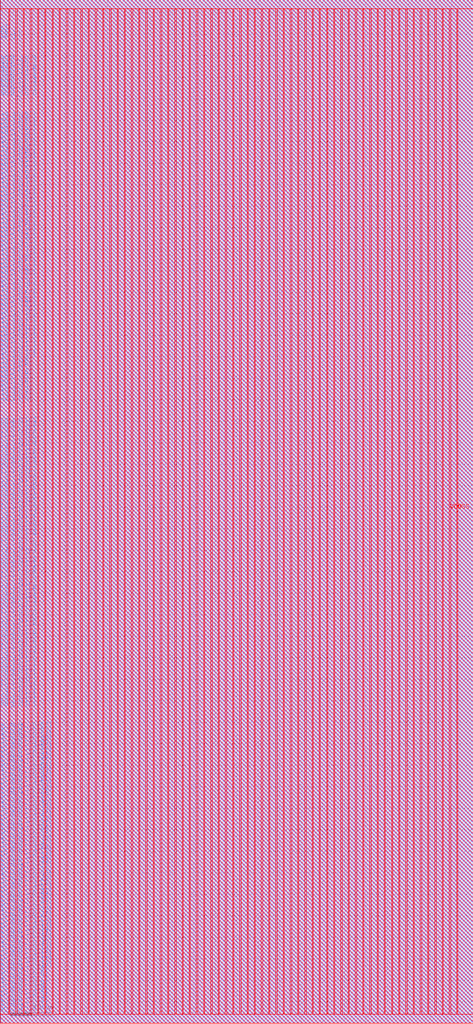
<source format=lef>
VERSION 5.7 ;
BUSBITCHARS "[]" ;
MACRO fakeram45_512x64
  FOREIGN fakeram45_512x64 0 0 ;
  SYMMETRY X Y R90 ;
  SIZE 110.010 BY 238.000 ;
  CLASS BLOCK ;
  PIN w_mask_in[0]
    DIRECTION INPUT ;
    USE SIGNAL ;
    SHAPE ABUTMENT ;
    PORT
      LAYER metal3 ;
      RECT 0.000 2.065 0.070 2.135 ;
    END
  END w_mask_in[0]
  PIN w_mask_in[1]
    DIRECTION INPUT ;
    USE SIGNAL ;
    SHAPE ABUTMENT ;
    PORT
      LAYER metal3 ;
      RECT 0.000 3.115 0.070 3.185 ;
    END
  END w_mask_in[1]
  PIN w_mask_in[2]
    DIRECTION INPUT ;
    USE SIGNAL ;
    SHAPE ABUTMENT ;
    PORT
      LAYER metal3 ;
      RECT 0.000 4.165 0.070 4.235 ;
    END
  END w_mask_in[2]
  PIN w_mask_in[3]
    DIRECTION INPUT ;
    USE SIGNAL ;
    SHAPE ABUTMENT ;
    PORT
      LAYER metal3 ;
      RECT 0.000 5.215 0.070 5.285 ;
    END
  END w_mask_in[3]
  PIN w_mask_in[4]
    DIRECTION INPUT ;
    USE SIGNAL ;
    SHAPE ABUTMENT ;
    PORT
      LAYER metal3 ;
      RECT 0.000 6.265 0.070 6.335 ;
    END
  END w_mask_in[4]
  PIN w_mask_in[5]
    DIRECTION INPUT ;
    USE SIGNAL ;
    SHAPE ABUTMENT ;
    PORT
      LAYER metal3 ;
      RECT 0.000 7.315 0.070 7.385 ;
    END
  END w_mask_in[5]
  PIN w_mask_in[6]
    DIRECTION INPUT ;
    USE SIGNAL ;
    SHAPE ABUTMENT ;
    PORT
      LAYER metal3 ;
      RECT 0.000 8.365 0.070 8.435 ;
    END
  END w_mask_in[6]
  PIN w_mask_in[7]
    DIRECTION INPUT ;
    USE SIGNAL ;
    SHAPE ABUTMENT ;
    PORT
      LAYER metal3 ;
      RECT 0.000 9.415 0.070 9.485 ;
    END
  END w_mask_in[7]
  PIN w_mask_in[8]
    DIRECTION INPUT ;
    USE SIGNAL ;
    SHAPE ABUTMENT ;
    PORT
      LAYER metal3 ;
      RECT 0.000 10.465 0.070 10.535 ;
    END
  END w_mask_in[8]
  PIN w_mask_in[9]
    DIRECTION INPUT ;
    USE SIGNAL ;
    SHAPE ABUTMENT ;
    PORT
      LAYER metal3 ;
      RECT 0.000 11.515 0.070 11.585 ;
    END
  END w_mask_in[9]
  PIN w_mask_in[10]
    DIRECTION INPUT ;
    USE SIGNAL ;
    SHAPE ABUTMENT ;
    PORT
      LAYER metal3 ;
      RECT 0.000 12.565 0.070 12.635 ;
    END
  END w_mask_in[10]
  PIN w_mask_in[11]
    DIRECTION INPUT ;
    USE SIGNAL ;
    SHAPE ABUTMENT ;
    PORT
      LAYER metal3 ;
      RECT 0.000 13.615 0.070 13.685 ;
    END
  END w_mask_in[11]
  PIN w_mask_in[12]
    DIRECTION INPUT ;
    USE SIGNAL ;
    SHAPE ABUTMENT ;
    PORT
      LAYER metal3 ;
      RECT 0.000 14.665 0.070 14.735 ;
    END
  END w_mask_in[12]
  PIN w_mask_in[13]
    DIRECTION INPUT ;
    USE SIGNAL ;
    SHAPE ABUTMENT ;
    PORT
      LAYER metal3 ;
      RECT 0.000 15.715 0.070 15.785 ;
    END
  END w_mask_in[13]
  PIN w_mask_in[14]
    DIRECTION INPUT ;
    USE SIGNAL ;
    SHAPE ABUTMENT ;
    PORT
      LAYER metal3 ;
      RECT 0.000 16.765 0.070 16.835 ;
    END
  END w_mask_in[14]
  PIN w_mask_in[15]
    DIRECTION INPUT ;
    USE SIGNAL ;
    SHAPE ABUTMENT ;
    PORT
      LAYER metal3 ;
      RECT 0.000 17.815 0.070 17.885 ;
    END
  END w_mask_in[15]
  PIN w_mask_in[16]
    DIRECTION INPUT ;
    USE SIGNAL ;
    SHAPE ABUTMENT ;
    PORT
      LAYER metal3 ;
      RECT 0.000 18.865 0.070 18.935 ;
    END
  END w_mask_in[16]
  PIN w_mask_in[17]
    DIRECTION INPUT ;
    USE SIGNAL ;
    SHAPE ABUTMENT ;
    PORT
      LAYER metal3 ;
      RECT 0.000 19.915 0.070 19.985 ;
    END
  END w_mask_in[17]
  PIN w_mask_in[18]
    DIRECTION INPUT ;
    USE SIGNAL ;
    SHAPE ABUTMENT ;
    PORT
      LAYER metal3 ;
      RECT 0.000 20.965 0.070 21.035 ;
    END
  END w_mask_in[18]
  PIN w_mask_in[19]
    DIRECTION INPUT ;
    USE SIGNAL ;
    SHAPE ABUTMENT ;
    PORT
      LAYER metal3 ;
      RECT 0.000 22.015 0.070 22.085 ;
    END
  END w_mask_in[19]
  PIN w_mask_in[20]
    DIRECTION INPUT ;
    USE SIGNAL ;
    SHAPE ABUTMENT ;
    PORT
      LAYER metal3 ;
      RECT 0.000 23.065 0.070 23.135 ;
    END
  END w_mask_in[20]
  PIN w_mask_in[21]
    DIRECTION INPUT ;
    USE SIGNAL ;
    SHAPE ABUTMENT ;
    PORT
      LAYER metal3 ;
      RECT 0.000 24.115 0.070 24.185 ;
    END
  END w_mask_in[21]
  PIN w_mask_in[22]
    DIRECTION INPUT ;
    USE SIGNAL ;
    SHAPE ABUTMENT ;
    PORT
      LAYER metal3 ;
      RECT 0.000 25.165 0.070 25.235 ;
    END
  END w_mask_in[22]
  PIN w_mask_in[23]
    DIRECTION INPUT ;
    USE SIGNAL ;
    SHAPE ABUTMENT ;
    PORT
      LAYER metal3 ;
      RECT 0.000 26.215 0.070 26.285 ;
    END
  END w_mask_in[23]
  PIN w_mask_in[24]
    DIRECTION INPUT ;
    USE SIGNAL ;
    SHAPE ABUTMENT ;
    PORT
      LAYER metal3 ;
      RECT 0.000 27.265 0.070 27.335 ;
    END
  END w_mask_in[24]
  PIN w_mask_in[25]
    DIRECTION INPUT ;
    USE SIGNAL ;
    SHAPE ABUTMENT ;
    PORT
      LAYER metal3 ;
      RECT 0.000 28.315 0.070 28.385 ;
    END
  END w_mask_in[25]
  PIN w_mask_in[26]
    DIRECTION INPUT ;
    USE SIGNAL ;
    SHAPE ABUTMENT ;
    PORT
      LAYER metal3 ;
      RECT 0.000 29.365 0.070 29.435 ;
    END
  END w_mask_in[26]
  PIN w_mask_in[27]
    DIRECTION INPUT ;
    USE SIGNAL ;
    SHAPE ABUTMENT ;
    PORT
      LAYER metal3 ;
      RECT 0.000 30.415 0.070 30.485 ;
    END
  END w_mask_in[27]
  PIN w_mask_in[28]
    DIRECTION INPUT ;
    USE SIGNAL ;
    SHAPE ABUTMENT ;
    PORT
      LAYER metal3 ;
      RECT 0.000 31.465 0.070 31.535 ;
    END
  END w_mask_in[28]
  PIN w_mask_in[29]
    DIRECTION INPUT ;
    USE SIGNAL ;
    SHAPE ABUTMENT ;
    PORT
      LAYER metal3 ;
      RECT 0.000 32.515 0.070 32.585 ;
    END
  END w_mask_in[29]
  PIN w_mask_in[30]
    DIRECTION INPUT ;
    USE SIGNAL ;
    SHAPE ABUTMENT ;
    PORT
      LAYER metal3 ;
      RECT 0.000 33.565 0.070 33.635 ;
    END
  END w_mask_in[30]
  PIN w_mask_in[31]
    DIRECTION INPUT ;
    USE SIGNAL ;
    SHAPE ABUTMENT ;
    PORT
      LAYER metal3 ;
      RECT 0.000 34.615 0.070 34.685 ;
    END
  END w_mask_in[31]
  PIN w_mask_in[32]
    DIRECTION INPUT ;
    USE SIGNAL ;
    SHAPE ABUTMENT ;
    PORT
      LAYER metal3 ;
      RECT 0.000 35.665 0.070 35.735 ;
    END
  END w_mask_in[32]
  PIN w_mask_in[33]
    DIRECTION INPUT ;
    USE SIGNAL ;
    SHAPE ABUTMENT ;
    PORT
      LAYER metal3 ;
      RECT 0.000 36.715 0.070 36.785 ;
    END
  END w_mask_in[33]
  PIN w_mask_in[34]
    DIRECTION INPUT ;
    USE SIGNAL ;
    SHAPE ABUTMENT ;
    PORT
      LAYER metal3 ;
      RECT 0.000 37.765 0.070 37.835 ;
    END
  END w_mask_in[34]
  PIN w_mask_in[35]
    DIRECTION INPUT ;
    USE SIGNAL ;
    SHAPE ABUTMENT ;
    PORT
      LAYER metal3 ;
      RECT 0.000 38.815 0.070 38.885 ;
    END
  END w_mask_in[35]
  PIN w_mask_in[36]
    DIRECTION INPUT ;
    USE SIGNAL ;
    SHAPE ABUTMENT ;
    PORT
      LAYER metal3 ;
      RECT 0.000 39.865 0.070 39.935 ;
    END
  END w_mask_in[36]
  PIN w_mask_in[37]
    DIRECTION INPUT ;
    USE SIGNAL ;
    SHAPE ABUTMENT ;
    PORT
      LAYER metal3 ;
      RECT 0.000 40.915 0.070 40.985 ;
    END
  END w_mask_in[37]
  PIN w_mask_in[38]
    DIRECTION INPUT ;
    USE SIGNAL ;
    SHAPE ABUTMENT ;
    PORT
      LAYER metal3 ;
      RECT 0.000 41.965 0.070 42.035 ;
    END
  END w_mask_in[38]
  PIN w_mask_in[39]
    DIRECTION INPUT ;
    USE SIGNAL ;
    SHAPE ABUTMENT ;
    PORT
      LAYER metal3 ;
      RECT 0.000 43.015 0.070 43.085 ;
    END
  END w_mask_in[39]
  PIN w_mask_in[40]
    DIRECTION INPUT ;
    USE SIGNAL ;
    SHAPE ABUTMENT ;
    PORT
      LAYER metal3 ;
      RECT 0.000 44.065 0.070 44.135 ;
    END
  END w_mask_in[40]
  PIN w_mask_in[41]
    DIRECTION INPUT ;
    USE SIGNAL ;
    SHAPE ABUTMENT ;
    PORT
      LAYER metal3 ;
      RECT 0.000 45.115 0.070 45.185 ;
    END
  END w_mask_in[41]
  PIN w_mask_in[42]
    DIRECTION INPUT ;
    USE SIGNAL ;
    SHAPE ABUTMENT ;
    PORT
      LAYER metal3 ;
      RECT 0.000 46.165 0.070 46.235 ;
    END
  END w_mask_in[42]
  PIN w_mask_in[43]
    DIRECTION INPUT ;
    USE SIGNAL ;
    SHAPE ABUTMENT ;
    PORT
      LAYER metal3 ;
      RECT 0.000 47.215 0.070 47.285 ;
    END
  END w_mask_in[43]
  PIN w_mask_in[44]
    DIRECTION INPUT ;
    USE SIGNAL ;
    SHAPE ABUTMENT ;
    PORT
      LAYER metal3 ;
      RECT 0.000 48.265 0.070 48.335 ;
    END
  END w_mask_in[44]
  PIN w_mask_in[45]
    DIRECTION INPUT ;
    USE SIGNAL ;
    SHAPE ABUTMENT ;
    PORT
      LAYER metal3 ;
      RECT 0.000 49.315 0.070 49.385 ;
    END
  END w_mask_in[45]
  PIN w_mask_in[46]
    DIRECTION INPUT ;
    USE SIGNAL ;
    SHAPE ABUTMENT ;
    PORT
      LAYER metal3 ;
      RECT 0.000 50.365 0.070 50.435 ;
    END
  END w_mask_in[46]
  PIN w_mask_in[47]
    DIRECTION INPUT ;
    USE SIGNAL ;
    SHAPE ABUTMENT ;
    PORT
      LAYER metal3 ;
      RECT 0.000 51.415 0.070 51.485 ;
    END
  END w_mask_in[47]
  PIN w_mask_in[48]
    DIRECTION INPUT ;
    USE SIGNAL ;
    SHAPE ABUTMENT ;
    PORT
      LAYER metal3 ;
      RECT 0.000 52.465 0.070 52.535 ;
    END
  END w_mask_in[48]
  PIN w_mask_in[49]
    DIRECTION INPUT ;
    USE SIGNAL ;
    SHAPE ABUTMENT ;
    PORT
      LAYER metal3 ;
      RECT 0.000 53.515 0.070 53.585 ;
    END
  END w_mask_in[49]
  PIN w_mask_in[50]
    DIRECTION INPUT ;
    USE SIGNAL ;
    SHAPE ABUTMENT ;
    PORT
      LAYER metal3 ;
      RECT 0.000 54.565 0.070 54.635 ;
    END
  END w_mask_in[50]
  PIN w_mask_in[51]
    DIRECTION INPUT ;
    USE SIGNAL ;
    SHAPE ABUTMENT ;
    PORT
      LAYER metal3 ;
      RECT 0.000 55.615 0.070 55.685 ;
    END
  END w_mask_in[51]
  PIN w_mask_in[52]
    DIRECTION INPUT ;
    USE SIGNAL ;
    SHAPE ABUTMENT ;
    PORT
      LAYER metal3 ;
      RECT 0.000 56.665 0.070 56.735 ;
    END
  END w_mask_in[52]
  PIN w_mask_in[53]
    DIRECTION INPUT ;
    USE SIGNAL ;
    SHAPE ABUTMENT ;
    PORT
      LAYER metal3 ;
      RECT 0.000 57.715 0.070 57.785 ;
    END
  END w_mask_in[53]
  PIN w_mask_in[54]
    DIRECTION INPUT ;
    USE SIGNAL ;
    SHAPE ABUTMENT ;
    PORT
      LAYER metal3 ;
      RECT 0.000 58.765 0.070 58.835 ;
    END
  END w_mask_in[54]
  PIN w_mask_in[55]
    DIRECTION INPUT ;
    USE SIGNAL ;
    SHAPE ABUTMENT ;
    PORT
      LAYER metal3 ;
      RECT 0.000 59.815 0.070 59.885 ;
    END
  END w_mask_in[55]
  PIN w_mask_in[56]
    DIRECTION INPUT ;
    USE SIGNAL ;
    SHAPE ABUTMENT ;
    PORT
      LAYER metal3 ;
      RECT 0.000 60.865 0.070 60.935 ;
    END
  END w_mask_in[56]
  PIN w_mask_in[57]
    DIRECTION INPUT ;
    USE SIGNAL ;
    SHAPE ABUTMENT ;
    PORT
      LAYER metal3 ;
      RECT 0.000 61.915 0.070 61.985 ;
    END
  END w_mask_in[57]
  PIN w_mask_in[58]
    DIRECTION INPUT ;
    USE SIGNAL ;
    SHAPE ABUTMENT ;
    PORT
      LAYER metal3 ;
      RECT 0.000 62.965 0.070 63.035 ;
    END
  END w_mask_in[58]
  PIN w_mask_in[59]
    DIRECTION INPUT ;
    USE SIGNAL ;
    SHAPE ABUTMENT ;
    PORT
      LAYER metal3 ;
      RECT 0.000 64.015 0.070 64.085 ;
    END
  END w_mask_in[59]
  PIN w_mask_in[60]
    DIRECTION INPUT ;
    USE SIGNAL ;
    SHAPE ABUTMENT ;
    PORT
      LAYER metal3 ;
      RECT 0.000 65.065 0.070 65.135 ;
    END
  END w_mask_in[60]
  PIN w_mask_in[61]
    DIRECTION INPUT ;
    USE SIGNAL ;
    SHAPE ABUTMENT ;
    PORT
      LAYER metal3 ;
      RECT 0.000 66.115 0.070 66.185 ;
    END
  END w_mask_in[61]
  PIN w_mask_in[62]
    DIRECTION INPUT ;
    USE SIGNAL ;
    SHAPE ABUTMENT ;
    PORT
      LAYER metal3 ;
      RECT 0.000 67.165 0.070 67.235 ;
    END
  END w_mask_in[62]
  PIN w_mask_in[63]
    DIRECTION INPUT ;
    USE SIGNAL ;
    SHAPE ABUTMENT ;
    PORT
      LAYER metal3 ;
      RECT 0.000 68.215 0.070 68.285 ;
    END
  END w_mask_in[63]
  PIN rd_out[0]
    DIRECTION OUTPUT ;
    USE SIGNAL ;
    SHAPE ABUTMENT ;
    PORT
      LAYER metal3 ;
      RECT 0.000 73.045 0.070 73.115 ;
    END
  END rd_out[0]
  PIN rd_out[1]
    DIRECTION OUTPUT ;
    USE SIGNAL ;
    SHAPE ABUTMENT ;
    PORT
      LAYER metal3 ;
      RECT 0.000 74.095 0.070 74.165 ;
    END
  END rd_out[1]
  PIN rd_out[2]
    DIRECTION OUTPUT ;
    USE SIGNAL ;
    SHAPE ABUTMENT ;
    PORT
      LAYER metal3 ;
      RECT 0.000 75.145 0.070 75.215 ;
    END
  END rd_out[2]
  PIN rd_out[3]
    DIRECTION OUTPUT ;
    USE SIGNAL ;
    SHAPE ABUTMENT ;
    PORT
      LAYER metal3 ;
      RECT 0.000 76.195 0.070 76.265 ;
    END
  END rd_out[3]
  PIN rd_out[4]
    DIRECTION OUTPUT ;
    USE SIGNAL ;
    SHAPE ABUTMENT ;
    PORT
      LAYER metal3 ;
      RECT 0.000 77.245 0.070 77.315 ;
    END
  END rd_out[4]
  PIN rd_out[5]
    DIRECTION OUTPUT ;
    USE SIGNAL ;
    SHAPE ABUTMENT ;
    PORT
      LAYER metal3 ;
      RECT 0.000 78.295 0.070 78.365 ;
    END
  END rd_out[5]
  PIN rd_out[6]
    DIRECTION OUTPUT ;
    USE SIGNAL ;
    SHAPE ABUTMENT ;
    PORT
      LAYER metal3 ;
      RECT 0.000 79.345 0.070 79.415 ;
    END
  END rd_out[6]
  PIN rd_out[7]
    DIRECTION OUTPUT ;
    USE SIGNAL ;
    SHAPE ABUTMENT ;
    PORT
      LAYER metal3 ;
      RECT 0.000 80.395 0.070 80.465 ;
    END
  END rd_out[7]
  PIN rd_out[8]
    DIRECTION OUTPUT ;
    USE SIGNAL ;
    SHAPE ABUTMENT ;
    PORT
      LAYER metal3 ;
      RECT 0.000 81.445 0.070 81.515 ;
    END
  END rd_out[8]
  PIN rd_out[9]
    DIRECTION OUTPUT ;
    USE SIGNAL ;
    SHAPE ABUTMENT ;
    PORT
      LAYER metal3 ;
      RECT 0.000 82.495 0.070 82.565 ;
    END
  END rd_out[9]
  PIN rd_out[10]
    DIRECTION OUTPUT ;
    USE SIGNAL ;
    SHAPE ABUTMENT ;
    PORT
      LAYER metal3 ;
      RECT 0.000 83.545 0.070 83.615 ;
    END
  END rd_out[10]
  PIN rd_out[11]
    DIRECTION OUTPUT ;
    USE SIGNAL ;
    SHAPE ABUTMENT ;
    PORT
      LAYER metal3 ;
      RECT 0.000 84.595 0.070 84.665 ;
    END
  END rd_out[11]
  PIN rd_out[12]
    DIRECTION OUTPUT ;
    USE SIGNAL ;
    SHAPE ABUTMENT ;
    PORT
      LAYER metal3 ;
      RECT 0.000 85.645 0.070 85.715 ;
    END
  END rd_out[12]
  PIN rd_out[13]
    DIRECTION OUTPUT ;
    USE SIGNAL ;
    SHAPE ABUTMENT ;
    PORT
      LAYER metal3 ;
      RECT 0.000 86.695 0.070 86.765 ;
    END
  END rd_out[13]
  PIN rd_out[14]
    DIRECTION OUTPUT ;
    USE SIGNAL ;
    SHAPE ABUTMENT ;
    PORT
      LAYER metal3 ;
      RECT 0.000 87.745 0.070 87.815 ;
    END
  END rd_out[14]
  PIN rd_out[15]
    DIRECTION OUTPUT ;
    USE SIGNAL ;
    SHAPE ABUTMENT ;
    PORT
      LAYER metal3 ;
      RECT 0.000 88.795 0.070 88.865 ;
    END
  END rd_out[15]
  PIN rd_out[16]
    DIRECTION OUTPUT ;
    USE SIGNAL ;
    SHAPE ABUTMENT ;
    PORT
      LAYER metal3 ;
      RECT 0.000 89.845 0.070 89.915 ;
    END
  END rd_out[16]
  PIN rd_out[17]
    DIRECTION OUTPUT ;
    USE SIGNAL ;
    SHAPE ABUTMENT ;
    PORT
      LAYER metal3 ;
      RECT 0.000 90.895 0.070 90.965 ;
    END
  END rd_out[17]
  PIN rd_out[18]
    DIRECTION OUTPUT ;
    USE SIGNAL ;
    SHAPE ABUTMENT ;
    PORT
      LAYER metal3 ;
      RECT 0.000 91.945 0.070 92.015 ;
    END
  END rd_out[18]
  PIN rd_out[19]
    DIRECTION OUTPUT ;
    USE SIGNAL ;
    SHAPE ABUTMENT ;
    PORT
      LAYER metal3 ;
      RECT 0.000 92.995 0.070 93.065 ;
    END
  END rd_out[19]
  PIN rd_out[20]
    DIRECTION OUTPUT ;
    USE SIGNAL ;
    SHAPE ABUTMENT ;
    PORT
      LAYER metal3 ;
      RECT 0.000 94.045 0.070 94.115 ;
    END
  END rd_out[20]
  PIN rd_out[21]
    DIRECTION OUTPUT ;
    USE SIGNAL ;
    SHAPE ABUTMENT ;
    PORT
      LAYER metal3 ;
      RECT 0.000 95.095 0.070 95.165 ;
    END
  END rd_out[21]
  PIN rd_out[22]
    DIRECTION OUTPUT ;
    USE SIGNAL ;
    SHAPE ABUTMENT ;
    PORT
      LAYER metal3 ;
      RECT 0.000 96.145 0.070 96.215 ;
    END
  END rd_out[22]
  PIN rd_out[23]
    DIRECTION OUTPUT ;
    USE SIGNAL ;
    SHAPE ABUTMENT ;
    PORT
      LAYER metal3 ;
      RECT 0.000 97.195 0.070 97.265 ;
    END
  END rd_out[23]
  PIN rd_out[24]
    DIRECTION OUTPUT ;
    USE SIGNAL ;
    SHAPE ABUTMENT ;
    PORT
      LAYER metal3 ;
      RECT 0.000 98.245 0.070 98.315 ;
    END
  END rd_out[24]
  PIN rd_out[25]
    DIRECTION OUTPUT ;
    USE SIGNAL ;
    SHAPE ABUTMENT ;
    PORT
      LAYER metal3 ;
      RECT 0.000 99.295 0.070 99.365 ;
    END
  END rd_out[25]
  PIN rd_out[26]
    DIRECTION OUTPUT ;
    USE SIGNAL ;
    SHAPE ABUTMENT ;
    PORT
      LAYER metal3 ;
      RECT 0.000 100.345 0.070 100.415 ;
    END
  END rd_out[26]
  PIN rd_out[27]
    DIRECTION OUTPUT ;
    USE SIGNAL ;
    SHAPE ABUTMENT ;
    PORT
      LAYER metal3 ;
      RECT 0.000 101.395 0.070 101.465 ;
    END
  END rd_out[27]
  PIN rd_out[28]
    DIRECTION OUTPUT ;
    USE SIGNAL ;
    SHAPE ABUTMENT ;
    PORT
      LAYER metal3 ;
      RECT 0.000 102.445 0.070 102.515 ;
    END
  END rd_out[28]
  PIN rd_out[29]
    DIRECTION OUTPUT ;
    USE SIGNAL ;
    SHAPE ABUTMENT ;
    PORT
      LAYER metal3 ;
      RECT 0.000 103.495 0.070 103.565 ;
    END
  END rd_out[29]
  PIN rd_out[30]
    DIRECTION OUTPUT ;
    USE SIGNAL ;
    SHAPE ABUTMENT ;
    PORT
      LAYER metal3 ;
      RECT 0.000 104.545 0.070 104.615 ;
    END
  END rd_out[30]
  PIN rd_out[31]
    DIRECTION OUTPUT ;
    USE SIGNAL ;
    SHAPE ABUTMENT ;
    PORT
      LAYER metal3 ;
      RECT 0.000 105.595 0.070 105.665 ;
    END
  END rd_out[31]
  PIN rd_out[32]
    DIRECTION OUTPUT ;
    USE SIGNAL ;
    SHAPE ABUTMENT ;
    PORT
      LAYER metal3 ;
      RECT 0.000 106.645 0.070 106.715 ;
    END
  END rd_out[32]
  PIN rd_out[33]
    DIRECTION OUTPUT ;
    USE SIGNAL ;
    SHAPE ABUTMENT ;
    PORT
      LAYER metal3 ;
      RECT 0.000 107.695 0.070 107.765 ;
    END
  END rd_out[33]
  PIN rd_out[34]
    DIRECTION OUTPUT ;
    USE SIGNAL ;
    SHAPE ABUTMENT ;
    PORT
      LAYER metal3 ;
      RECT 0.000 108.745 0.070 108.815 ;
    END
  END rd_out[34]
  PIN rd_out[35]
    DIRECTION OUTPUT ;
    USE SIGNAL ;
    SHAPE ABUTMENT ;
    PORT
      LAYER metal3 ;
      RECT 0.000 109.795 0.070 109.865 ;
    END
  END rd_out[35]
  PIN rd_out[36]
    DIRECTION OUTPUT ;
    USE SIGNAL ;
    SHAPE ABUTMENT ;
    PORT
      LAYER metal3 ;
      RECT 0.000 110.845 0.070 110.915 ;
    END
  END rd_out[36]
  PIN rd_out[37]
    DIRECTION OUTPUT ;
    USE SIGNAL ;
    SHAPE ABUTMENT ;
    PORT
      LAYER metal3 ;
      RECT 0.000 111.895 0.070 111.965 ;
    END
  END rd_out[37]
  PIN rd_out[38]
    DIRECTION OUTPUT ;
    USE SIGNAL ;
    SHAPE ABUTMENT ;
    PORT
      LAYER metal3 ;
      RECT 0.000 112.945 0.070 113.015 ;
    END
  END rd_out[38]
  PIN rd_out[39]
    DIRECTION OUTPUT ;
    USE SIGNAL ;
    SHAPE ABUTMENT ;
    PORT
      LAYER metal3 ;
      RECT 0.000 113.995 0.070 114.065 ;
    END
  END rd_out[39]
  PIN rd_out[40]
    DIRECTION OUTPUT ;
    USE SIGNAL ;
    SHAPE ABUTMENT ;
    PORT
      LAYER metal3 ;
      RECT 0.000 115.045 0.070 115.115 ;
    END
  END rd_out[40]
  PIN rd_out[41]
    DIRECTION OUTPUT ;
    USE SIGNAL ;
    SHAPE ABUTMENT ;
    PORT
      LAYER metal3 ;
      RECT 0.000 116.095 0.070 116.165 ;
    END
  END rd_out[41]
  PIN rd_out[42]
    DIRECTION OUTPUT ;
    USE SIGNAL ;
    SHAPE ABUTMENT ;
    PORT
      LAYER metal3 ;
      RECT 0.000 117.145 0.070 117.215 ;
    END
  END rd_out[42]
  PIN rd_out[43]
    DIRECTION OUTPUT ;
    USE SIGNAL ;
    SHAPE ABUTMENT ;
    PORT
      LAYER metal3 ;
      RECT 0.000 118.195 0.070 118.265 ;
    END
  END rd_out[43]
  PIN rd_out[44]
    DIRECTION OUTPUT ;
    USE SIGNAL ;
    SHAPE ABUTMENT ;
    PORT
      LAYER metal3 ;
      RECT 0.000 119.245 0.070 119.315 ;
    END
  END rd_out[44]
  PIN rd_out[45]
    DIRECTION OUTPUT ;
    USE SIGNAL ;
    SHAPE ABUTMENT ;
    PORT
      LAYER metal3 ;
      RECT 0.000 120.295 0.070 120.365 ;
    END
  END rd_out[45]
  PIN rd_out[46]
    DIRECTION OUTPUT ;
    USE SIGNAL ;
    SHAPE ABUTMENT ;
    PORT
      LAYER metal3 ;
      RECT 0.000 121.345 0.070 121.415 ;
    END
  END rd_out[46]
  PIN rd_out[47]
    DIRECTION OUTPUT ;
    USE SIGNAL ;
    SHAPE ABUTMENT ;
    PORT
      LAYER metal3 ;
      RECT 0.000 122.395 0.070 122.465 ;
    END
  END rd_out[47]
  PIN rd_out[48]
    DIRECTION OUTPUT ;
    USE SIGNAL ;
    SHAPE ABUTMENT ;
    PORT
      LAYER metal3 ;
      RECT 0.000 123.445 0.070 123.515 ;
    END
  END rd_out[48]
  PIN rd_out[49]
    DIRECTION OUTPUT ;
    USE SIGNAL ;
    SHAPE ABUTMENT ;
    PORT
      LAYER metal3 ;
      RECT 0.000 124.495 0.070 124.565 ;
    END
  END rd_out[49]
  PIN rd_out[50]
    DIRECTION OUTPUT ;
    USE SIGNAL ;
    SHAPE ABUTMENT ;
    PORT
      LAYER metal3 ;
      RECT 0.000 125.545 0.070 125.615 ;
    END
  END rd_out[50]
  PIN rd_out[51]
    DIRECTION OUTPUT ;
    USE SIGNAL ;
    SHAPE ABUTMENT ;
    PORT
      LAYER metal3 ;
      RECT 0.000 126.595 0.070 126.665 ;
    END
  END rd_out[51]
  PIN rd_out[52]
    DIRECTION OUTPUT ;
    USE SIGNAL ;
    SHAPE ABUTMENT ;
    PORT
      LAYER metal3 ;
      RECT 0.000 127.645 0.070 127.715 ;
    END
  END rd_out[52]
  PIN rd_out[53]
    DIRECTION OUTPUT ;
    USE SIGNAL ;
    SHAPE ABUTMENT ;
    PORT
      LAYER metal3 ;
      RECT 0.000 128.695 0.070 128.765 ;
    END
  END rd_out[53]
  PIN rd_out[54]
    DIRECTION OUTPUT ;
    USE SIGNAL ;
    SHAPE ABUTMENT ;
    PORT
      LAYER metal3 ;
      RECT 0.000 129.745 0.070 129.815 ;
    END
  END rd_out[54]
  PIN rd_out[55]
    DIRECTION OUTPUT ;
    USE SIGNAL ;
    SHAPE ABUTMENT ;
    PORT
      LAYER metal3 ;
      RECT 0.000 130.795 0.070 130.865 ;
    END
  END rd_out[55]
  PIN rd_out[56]
    DIRECTION OUTPUT ;
    USE SIGNAL ;
    SHAPE ABUTMENT ;
    PORT
      LAYER metal3 ;
      RECT 0.000 131.845 0.070 131.915 ;
    END
  END rd_out[56]
  PIN rd_out[57]
    DIRECTION OUTPUT ;
    USE SIGNAL ;
    SHAPE ABUTMENT ;
    PORT
      LAYER metal3 ;
      RECT 0.000 132.895 0.070 132.965 ;
    END
  END rd_out[57]
  PIN rd_out[58]
    DIRECTION OUTPUT ;
    USE SIGNAL ;
    SHAPE ABUTMENT ;
    PORT
      LAYER metal3 ;
      RECT 0.000 133.945 0.070 134.015 ;
    END
  END rd_out[58]
  PIN rd_out[59]
    DIRECTION OUTPUT ;
    USE SIGNAL ;
    SHAPE ABUTMENT ;
    PORT
      LAYER metal3 ;
      RECT 0.000 134.995 0.070 135.065 ;
    END
  END rd_out[59]
  PIN rd_out[60]
    DIRECTION OUTPUT ;
    USE SIGNAL ;
    SHAPE ABUTMENT ;
    PORT
      LAYER metal3 ;
      RECT 0.000 136.045 0.070 136.115 ;
    END
  END rd_out[60]
  PIN rd_out[61]
    DIRECTION OUTPUT ;
    USE SIGNAL ;
    SHAPE ABUTMENT ;
    PORT
      LAYER metal3 ;
      RECT 0.000 137.095 0.070 137.165 ;
    END
  END rd_out[61]
  PIN rd_out[62]
    DIRECTION OUTPUT ;
    USE SIGNAL ;
    SHAPE ABUTMENT ;
    PORT
      LAYER metal3 ;
      RECT 0.000 138.145 0.070 138.215 ;
    END
  END rd_out[62]
  PIN rd_out[63]
    DIRECTION OUTPUT ;
    USE SIGNAL ;
    SHAPE ABUTMENT ;
    PORT
      LAYER metal3 ;
      RECT 0.000 139.195 0.070 139.265 ;
    END
  END rd_out[63]
  PIN wd_in[0]
    DIRECTION INPUT ;
    USE SIGNAL ;
    SHAPE ABUTMENT ;
    PORT
      LAYER metal3 ;
      RECT 0.000 144.025 0.070 144.095 ;
    END
  END wd_in[0]
  PIN wd_in[1]
    DIRECTION INPUT ;
    USE SIGNAL ;
    SHAPE ABUTMENT ;
    PORT
      LAYER metal3 ;
      RECT 0.000 145.075 0.070 145.145 ;
    END
  END wd_in[1]
  PIN wd_in[2]
    DIRECTION INPUT ;
    USE SIGNAL ;
    SHAPE ABUTMENT ;
    PORT
      LAYER metal3 ;
      RECT 0.000 146.125 0.070 146.195 ;
    END
  END wd_in[2]
  PIN wd_in[3]
    DIRECTION INPUT ;
    USE SIGNAL ;
    SHAPE ABUTMENT ;
    PORT
      LAYER metal3 ;
      RECT 0.000 147.175 0.070 147.245 ;
    END
  END wd_in[3]
  PIN wd_in[4]
    DIRECTION INPUT ;
    USE SIGNAL ;
    SHAPE ABUTMENT ;
    PORT
      LAYER metal3 ;
      RECT 0.000 148.225 0.070 148.295 ;
    END
  END wd_in[4]
  PIN wd_in[5]
    DIRECTION INPUT ;
    USE SIGNAL ;
    SHAPE ABUTMENT ;
    PORT
      LAYER metal3 ;
      RECT 0.000 149.275 0.070 149.345 ;
    END
  END wd_in[5]
  PIN wd_in[6]
    DIRECTION INPUT ;
    USE SIGNAL ;
    SHAPE ABUTMENT ;
    PORT
      LAYER metal3 ;
      RECT 0.000 150.325 0.070 150.395 ;
    END
  END wd_in[6]
  PIN wd_in[7]
    DIRECTION INPUT ;
    USE SIGNAL ;
    SHAPE ABUTMENT ;
    PORT
      LAYER metal3 ;
      RECT 0.000 151.375 0.070 151.445 ;
    END
  END wd_in[7]
  PIN wd_in[8]
    DIRECTION INPUT ;
    USE SIGNAL ;
    SHAPE ABUTMENT ;
    PORT
      LAYER metal3 ;
      RECT 0.000 152.425 0.070 152.495 ;
    END
  END wd_in[8]
  PIN wd_in[9]
    DIRECTION INPUT ;
    USE SIGNAL ;
    SHAPE ABUTMENT ;
    PORT
      LAYER metal3 ;
      RECT 0.000 153.475 0.070 153.545 ;
    END
  END wd_in[9]
  PIN wd_in[10]
    DIRECTION INPUT ;
    USE SIGNAL ;
    SHAPE ABUTMENT ;
    PORT
      LAYER metal3 ;
      RECT 0.000 154.525 0.070 154.595 ;
    END
  END wd_in[10]
  PIN wd_in[11]
    DIRECTION INPUT ;
    USE SIGNAL ;
    SHAPE ABUTMENT ;
    PORT
      LAYER metal3 ;
      RECT 0.000 155.575 0.070 155.645 ;
    END
  END wd_in[11]
  PIN wd_in[12]
    DIRECTION INPUT ;
    USE SIGNAL ;
    SHAPE ABUTMENT ;
    PORT
      LAYER metal3 ;
      RECT 0.000 156.625 0.070 156.695 ;
    END
  END wd_in[12]
  PIN wd_in[13]
    DIRECTION INPUT ;
    USE SIGNAL ;
    SHAPE ABUTMENT ;
    PORT
      LAYER metal3 ;
      RECT 0.000 157.675 0.070 157.745 ;
    END
  END wd_in[13]
  PIN wd_in[14]
    DIRECTION INPUT ;
    USE SIGNAL ;
    SHAPE ABUTMENT ;
    PORT
      LAYER metal3 ;
      RECT 0.000 158.725 0.070 158.795 ;
    END
  END wd_in[14]
  PIN wd_in[15]
    DIRECTION INPUT ;
    USE SIGNAL ;
    SHAPE ABUTMENT ;
    PORT
      LAYER metal3 ;
      RECT 0.000 159.775 0.070 159.845 ;
    END
  END wd_in[15]
  PIN wd_in[16]
    DIRECTION INPUT ;
    USE SIGNAL ;
    SHAPE ABUTMENT ;
    PORT
      LAYER metal3 ;
      RECT 0.000 160.825 0.070 160.895 ;
    END
  END wd_in[16]
  PIN wd_in[17]
    DIRECTION INPUT ;
    USE SIGNAL ;
    SHAPE ABUTMENT ;
    PORT
      LAYER metal3 ;
      RECT 0.000 161.875 0.070 161.945 ;
    END
  END wd_in[17]
  PIN wd_in[18]
    DIRECTION INPUT ;
    USE SIGNAL ;
    SHAPE ABUTMENT ;
    PORT
      LAYER metal3 ;
      RECT 0.000 162.925 0.070 162.995 ;
    END
  END wd_in[18]
  PIN wd_in[19]
    DIRECTION INPUT ;
    USE SIGNAL ;
    SHAPE ABUTMENT ;
    PORT
      LAYER metal3 ;
      RECT 0.000 163.975 0.070 164.045 ;
    END
  END wd_in[19]
  PIN wd_in[20]
    DIRECTION INPUT ;
    USE SIGNAL ;
    SHAPE ABUTMENT ;
    PORT
      LAYER metal3 ;
      RECT 0.000 165.025 0.070 165.095 ;
    END
  END wd_in[20]
  PIN wd_in[21]
    DIRECTION INPUT ;
    USE SIGNAL ;
    SHAPE ABUTMENT ;
    PORT
      LAYER metal3 ;
      RECT 0.000 166.075 0.070 166.145 ;
    END
  END wd_in[21]
  PIN wd_in[22]
    DIRECTION INPUT ;
    USE SIGNAL ;
    SHAPE ABUTMENT ;
    PORT
      LAYER metal3 ;
      RECT 0.000 167.125 0.070 167.195 ;
    END
  END wd_in[22]
  PIN wd_in[23]
    DIRECTION INPUT ;
    USE SIGNAL ;
    SHAPE ABUTMENT ;
    PORT
      LAYER metal3 ;
      RECT 0.000 168.175 0.070 168.245 ;
    END
  END wd_in[23]
  PIN wd_in[24]
    DIRECTION INPUT ;
    USE SIGNAL ;
    SHAPE ABUTMENT ;
    PORT
      LAYER metal3 ;
      RECT 0.000 169.225 0.070 169.295 ;
    END
  END wd_in[24]
  PIN wd_in[25]
    DIRECTION INPUT ;
    USE SIGNAL ;
    SHAPE ABUTMENT ;
    PORT
      LAYER metal3 ;
      RECT 0.000 170.275 0.070 170.345 ;
    END
  END wd_in[25]
  PIN wd_in[26]
    DIRECTION INPUT ;
    USE SIGNAL ;
    SHAPE ABUTMENT ;
    PORT
      LAYER metal3 ;
      RECT 0.000 171.325 0.070 171.395 ;
    END
  END wd_in[26]
  PIN wd_in[27]
    DIRECTION INPUT ;
    USE SIGNAL ;
    SHAPE ABUTMENT ;
    PORT
      LAYER metal3 ;
      RECT 0.000 172.375 0.070 172.445 ;
    END
  END wd_in[27]
  PIN wd_in[28]
    DIRECTION INPUT ;
    USE SIGNAL ;
    SHAPE ABUTMENT ;
    PORT
      LAYER metal3 ;
      RECT 0.000 173.425 0.070 173.495 ;
    END
  END wd_in[28]
  PIN wd_in[29]
    DIRECTION INPUT ;
    USE SIGNAL ;
    SHAPE ABUTMENT ;
    PORT
      LAYER metal3 ;
      RECT 0.000 174.475 0.070 174.545 ;
    END
  END wd_in[29]
  PIN wd_in[30]
    DIRECTION INPUT ;
    USE SIGNAL ;
    SHAPE ABUTMENT ;
    PORT
      LAYER metal3 ;
      RECT 0.000 175.525 0.070 175.595 ;
    END
  END wd_in[30]
  PIN wd_in[31]
    DIRECTION INPUT ;
    USE SIGNAL ;
    SHAPE ABUTMENT ;
    PORT
      LAYER metal3 ;
      RECT 0.000 176.575 0.070 176.645 ;
    END
  END wd_in[31]
  PIN wd_in[32]
    DIRECTION INPUT ;
    USE SIGNAL ;
    SHAPE ABUTMENT ;
    PORT
      LAYER metal3 ;
      RECT 0.000 177.625 0.070 177.695 ;
    END
  END wd_in[32]
  PIN wd_in[33]
    DIRECTION INPUT ;
    USE SIGNAL ;
    SHAPE ABUTMENT ;
    PORT
      LAYER metal3 ;
      RECT 0.000 178.675 0.070 178.745 ;
    END
  END wd_in[33]
  PIN wd_in[34]
    DIRECTION INPUT ;
    USE SIGNAL ;
    SHAPE ABUTMENT ;
    PORT
      LAYER metal3 ;
      RECT 0.000 179.725 0.070 179.795 ;
    END
  END wd_in[34]
  PIN wd_in[35]
    DIRECTION INPUT ;
    USE SIGNAL ;
    SHAPE ABUTMENT ;
    PORT
      LAYER metal3 ;
      RECT 0.000 180.775 0.070 180.845 ;
    END
  END wd_in[35]
  PIN wd_in[36]
    DIRECTION INPUT ;
    USE SIGNAL ;
    SHAPE ABUTMENT ;
    PORT
      LAYER metal3 ;
      RECT 0.000 181.825 0.070 181.895 ;
    END
  END wd_in[36]
  PIN wd_in[37]
    DIRECTION INPUT ;
    USE SIGNAL ;
    SHAPE ABUTMENT ;
    PORT
      LAYER metal3 ;
      RECT 0.000 182.875 0.070 182.945 ;
    END
  END wd_in[37]
  PIN wd_in[38]
    DIRECTION INPUT ;
    USE SIGNAL ;
    SHAPE ABUTMENT ;
    PORT
      LAYER metal3 ;
      RECT 0.000 183.925 0.070 183.995 ;
    END
  END wd_in[38]
  PIN wd_in[39]
    DIRECTION INPUT ;
    USE SIGNAL ;
    SHAPE ABUTMENT ;
    PORT
      LAYER metal3 ;
      RECT 0.000 184.975 0.070 185.045 ;
    END
  END wd_in[39]
  PIN wd_in[40]
    DIRECTION INPUT ;
    USE SIGNAL ;
    SHAPE ABUTMENT ;
    PORT
      LAYER metal3 ;
      RECT 0.000 186.025 0.070 186.095 ;
    END
  END wd_in[40]
  PIN wd_in[41]
    DIRECTION INPUT ;
    USE SIGNAL ;
    SHAPE ABUTMENT ;
    PORT
      LAYER metal3 ;
      RECT 0.000 187.075 0.070 187.145 ;
    END
  END wd_in[41]
  PIN wd_in[42]
    DIRECTION INPUT ;
    USE SIGNAL ;
    SHAPE ABUTMENT ;
    PORT
      LAYER metal3 ;
      RECT 0.000 188.125 0.070 188.195 ;
    END
  END wd_in[42]
  PIN wd_in[43]
    DIRECTION INPUT ;
    USE SIGNAL ;
    SHAPE ABUTMENT ;
    PORT
      LAYER metal3 ;
      RECT 0.000 189.175 0.070 189.245 ;
    END
  END wd_in[43]
  PIN wd_in[44]
    DIRECTION INPUT ;
    USE SIGNAL ;
    SHAPE ABUTMENT ;
    PORT
      LAYER metal3 ;
      RECT 0.000 190.225 0.070 190.295 ;
    END
  END wd_in[44]
  PIN wd_in[45]
    DIRECTION INPUT ;
    USE SIGNAL ;
    SHAPE ABUTMENT ;
    PORT
      LAYER metal3 ;
      RECT 0.000 191.275 0.070 191.345 ;
    END
  END wd_in[45]
  PIN wd_in[46]
    DIRECTION INPUT ;
    USE SIGNAL ;
    SHAPE ABUTMENT ;
    PORT
      LAYER metal3 ;
      RECT 0.000 192.325 0.070 192.395 ;
    END
  END wd_in[46]
  PIN wd_in[47]
    DIRECTION INPUT ;
    USE SIGNAL ;
    SHAPE ABUTMENT ;
    PORT
      LAYER metal3 ;
      RECT 0.000 193.375 0.070 193.445 ;
    END
  END wd_in[47]
  PIN wd_in[48]
    DIRECTION INPUT ;
    USE SIGNAL ;
    SHAPE ABUTMENT ;
    PORT
      LAYER metal3 ;
      RECT 0.000 194.425 0.070 194.495 ;
    END
  END wd_in[48]
  PIN wd_in[49]
    DIRECTION INPUT ;
    USE SIGNAL ;
    SHAPE ABUTMENT ;
    PORT
      LAYER metal3 ;
      RECT 0.000 195.475 0.070 195.545 ;
    END
  END wd_in[49]
  PIN wd_in[50]
    DIRECTION INPUT ;
    USE SIGNAL ;
    SHAPE ABUTMENT ;
    PORT
      LAYER metal3 ;
      RECT 0.000 196.525 0.070 196.595 ;
    END
  END wd_in[50]
  PIN wd_in[51]
    DIRECTION INPUT ;
    USE SIGNAL ;
    SHAPE ABUTMENT ;
    PORT
      LAYER metal3 ;
      RECT 0.000 197.575 0.070 197.645 ;
    END
  END wd_in[51]
  PIN wd_in[52]
    DIRECTION INPUT ;
    USE SIGNAL ;
    SHAPE ABUTMENT ;
    PORT
      LAYER metal3 ;
      RECT 0.000 198.625 0.070 198.695 ;
    END
  END wd_in[52]
  PIN wd_in[53]
    DIRECTION INPUT ;
    USE SIGNAL ;
    SHAPE ABUTMENT ;
    PORT
      LAYER metal3 ;
      RECT 0.000 199.675 0.070 199.745 ;
    END
  END wd_in[53]
  PIN wd_in[54]
    DIRECTION INPUT ;
    USE SIGNAL ;
    SHAPE ABUTMENT ;
    PORT
      LAYER metal3 ;
      RECT 0.000 200.725 0.070 200.795 ;
    END
  END wd_in[54]
  PIN wd_in[55]
    DIRECTION INPUT ;
    USE SIGNAL ;
    SHAPE ABUTMENT ;
    PORT
      LAYER metal3 ;
      RECT 0.000 201.775 0.070 201.845 ;
    END
  END wd_in[55]
  PIN wd_in[56]
    DIRECTION INPUT ;
    USE SIGNAL ;
    SHAPE ABUTMENT ;
    PORT
      LAYER metal3 ;
      RECT 0.000 202.825 0.070 202.895 ;
    END
  END wd_in[56]
  PIN wd_in[57]
    DIRECTION INPUT ;
    USE SIGNAL ;
    SHAPE ABUTMENT ;
    PORT
      LAYER metal3 ;
      RECT 0.000 203.875 0.070 203.945 ;
    END
  END wd_in[57]
  PIN wd_in[58]
    DIRECTION INPUT ;
    USE SIGNAL ;
    SHAPE ABUTMENT ;
    PORT
      LAYER metal3 ;
      RECT 0.000 204.925 0.070 204.995 ;
    END
  END wd_in[58]
  PIN wd_in[59]
    DIRECTION INPUT ;
    USE SIGNAL ;
    SHAPE ABUTMENT ;
    PORT
      LAYER metal3 ;
      RECT 0.000 205.975 0.070 206.045 ;
    END
  END wd_in[59]
  PIN wd_in[60]
    DIRECTION INPUT ;
    USE SIGNAL ;
    SHAPE ABUTMENT ;
    PORT
      LAYER metal3 ;
      RECT 0.000 207.025 0.070 207.095 ;
    END
  END wd_in[60]
  PIN wd_in[61]
    DIRECTION INPUT ;
    USE SIGNAL ;
    SHAPE ABUTMENT ;
    PORT
      LAYER metal3 ;
      RECT 0.000 208.075 0.070 208.145 ;
    END
  END wd_in[61]
  PIN wd_in[62]
    DIRECTION INPUT ;
    USE SIGNAL ;
    SHAPE ABUTMENT ;
    PORT
      LAYER metal3 ;
      RECT 0.000 209.125 0.070 209.195 ;
    END
  END wd_in[62]
  PIN wd_in[63]
    DIRECTION INPUT ;
    USE SIGNAL ;
    SHAPE ABUTMENT ;
    PORT
      LAYER metal3 ;
      RECT 0.000 210.175 0.070 210.245 ;
    END
  END wd_in[63]
  PIN addr_in[0]
    DIRECTION INPUT ;
    USE SIGNAL ;
    SHAPE ABUTMENT ;
    PORT
      LAYER metal3 ;
      RECT 0.000 215.005 0.070 215.075 ;
    END
  END addr_in[0]
  PIN addr_in[1]
    DIRECTION INPUT ;
    USE SIGNAL ;
    SHAPE ABUTMENT ;
    PORT
      LAYER metal3 ;
      RECT 0.000 216.055 0.070 216.125 ;
    END
  END addr_in[1]
  PIN addr_in[2]
    DIRECTION INPUT ;
    USE SIGNAL ;
    SHAPE ABUTMENT ;
    PORT
      LAYER metal3 ;
      RECT 0.000 217.105 0.070 217.175 ;
    END
  END addr_in[2]
  PIN addr_in[3]
    DIRECTION INPUT ;
    USE SIGNAL ;
    SHAPE ABUTMENT ;
    PORT
      LAYER metal3 ;
      RECT 0.000 218.155 0.070 218.225 ;
    END
  END addr_in[3]
  PIN addr_in[4]
    DIRECTION INPUT ;
    USE SIGNAL ;
    SHAPE ABUTMENT ;
    PORT
      LAYER metal3 ;
      RECT 0.000 219.205 0.070 219.275 ;
    END
  END addr_in[4]
  PIN addr_in[5]
    DIRECTION INPUT ;
    USE SIGNAL ;
    SHAPE ABUTMENT ;
    PORT
      LAYER metal3 ;
      RECT 0.000 220.255 0.070 220.325 ;
    END
  END addr_in[5]
  PIN addr_in[6]
    DIRECTION INPUT ;
    USE SIGNAL ;
    SHAPE ABUTMENT ;
    PORT
      LAYER metal3 ;
      RECT 0.000 221.305 0.070 221.375 ;
    END
  END addr_in[6]
  PIN addr_in[7]
    DIRECTION INPUT ;
    USE SIGNAL ;
    SHAPE ABUTMENT ;
    PORT
      LAYER metal3 ;
      RECT 0.000 222.355 0.070 222.425 ;
    END
  END addr_in[7]
  PIN addr_in[8]
    DIRECTION INPUT ;
    USE SIGNAL ;
    SHAPE ABUTMENT ;
    PORT
      LAYER metal3 ;
      RECT 0.000 223.405 0.070 223.475 ;
    END
  END addr_in[8]
  PIN we_in
    DIRECTION INPUT ;
    USE SIGNAL ;
    SHAPE ABUTMENT ;
    PORT
      LAYER metal3 ;
      RECT 0.000 228.235 0.070 228.305 ;
    END
  END we_in
  PIN ce_in
    DIRECTION INPUT ;
    USE SIGNAL ;
    SHAPE ABUTMENT ;
    PORT
      LAYER metal3 ;
      RECT 0.000 229.285 0.070 229.355 ;
    END
  END ce_in
  PIN clk
    DIRECTION INPUT ;
    USE SIGNAL ;
    SHAPE ABUTMENT ;
    PORT
      LAYER metal3 ;
      RECT 0.000 230.335 0.070 230.405 ;
    END
  END clk
  PIN VSS
    DIRECTION INOUT ;
    USE GROUND ;
    PORT
      LAYER metal4 ;
      RECT 1.960 2.100 2.240 235.900 ;
      RECT 5.320 2.100 5.600 235.900 ;
      RECT 8.680 2.100 8.960 235.900 ;
      RECT 12.040 2.100 12.320 235.900 ;
      RECT 15.400 2.100 15.680 235.900 ;
      RECT 18.760 2.100 19.040 235.900 ;
      RECT 22.120 2.100 22.400 235.900 ;
      RECT 25.480 2.100 25.760 235.900 ;
      RECT 28.840 2.100 29.120 235.900 ;
      RECT 32.200 2.100 32.480 235.900 ;
      RECT 35.560 2.100 35.840 235.900 ;
      RECT 38.920 2.100 39.200 235.900 ;
      RECT 42.280 2.100 42.560 235.900 ;
      RECT 45.640 2.100 45.920 235.900 ;
      RECT 49.000 2.100 49.280 235.900 ;
      RECT 52.360 2.100 52.640 235.900 ;
      RECT 55.720 2.100 56.000 235.900 ;
      RECT 59.080 2.100 59.360 235.900 ;
      RECT 62.440 2.100 62.720 235.900 ;
      RECT 65.800 2.100 66.080 235.900 ;
      RECT 69.160 2.100 69.440 235.900 ;
      RECT 72.520 2.100 72.800 235.900 ;
      RECT 75.880 2.100 76.160 235.900 ;
      RECT 79.240 2.100 79.520 235.900 ;
      RECT 82.600 2.100 82.880 235.900 ;
      RECT 85.960 2.100 86.240 235.900 ;
      RECT 89.320 2.100 89.600 235.900 ;
      RECT 92.680 2.100 92.960 235.900 ;
      RECT 96.040 2.100 96.320 235.900 ;
      RECT 99.400 2.100 99.680 235.900 ;
      RECT 102.760 2.100 103.040 235.900 ;
      RECT 106.120 2.100 106.400 235.900 ;
    END
  END VSS
  PIN VDD
    DIRECTION INOUT ;
    USE POWER ;
    PORT
      LAYER metal4 ;
      RECT 3.640 2.100 3.920 235.900 ;
      RECT 7.000 2.100 7.280 235.900 ;
      RECT 10.360 2.100 10.640 235.900 ;
      RECT 13.720 2.100 14.000 235.900 ;
      RECT 17.080 2.100 17.360 235.900 ;
      RECT 20.440 2.100 20.720 235.900 ;
      RECT 23.800 2.100 24.080 235.900 ;
      RECT 27.160 2.100 27.440 235.900 ;
      RECT 30.520 2.100 30.800 235.900 ;
      RECT 33.880 2.100 34.160 235.900 ;
      RECT 37.240 2.100 37.520 235.900 ;
      RECT 40.600 2.100 40.880 235.900 ;
      RECT 43.960 2.100 44.240 235.900 ;
      RECT 47.320 2.100 47.600 235.900 ;
      RECT 50.680 2.100 50.960 235.900 ;
      RECT 54.040 2.100 54.320 235.900 ;
      RECT 57.400 2.100 57.680 235.900 ;
      RECT 60.760 2.100 61.040 235.900 ;
      RECT 64.120 2.100 64.400 235.900 ;
      RECT 67.480 2.100 67.760 235.900 ;
      RECT 70.840 2.100 71.120 235.900 ;
      RECT 74.200 2.100 74.480 235.900 ;
      RECT 77.560 2.100 77.840 235.900 ;
      RECT 80.920 2.100 81.200 235.900 ;
      RECT 84.280 2.100 84.560 235.900 ;
      RECT 87.640 2.100 87.920 235.900 ;
      RECT 91.000 2.100 91.280 235.900 ;
      RECT 94.360 2.100 94.640 235.900 ;
      RECT 97.720 2.100 98.000 235.900 ;
      RECT 101.080 2.100 101.360 235.900 ;
      RECT 104.440 2.100 104.720 235.900 ;
    END
  END VDD
  OBS
    LAYER metal1 ;
    RECT 0 0 110.010 238.000 ;
    LAYER metal2 ;
    RECT 0 0 110.010 238.000 ;
    LAYER metal3 ;
    RECT 0.070 0 110.010 238.000 ;
    RECT 0 0.000 0.070 2.065 ;
    RECT 0 2.135 0.070 3.115 ;
    RECT 0 3.185 0.070 4.165 ;
    RECT 0 4.235 0.070 5.215 ;
    RECT 0 5.285 0.070 6.265 ;
    RECT 0 6.335 0.070 7.315 ;
    RECT 0 7.385 0.070 8.365 ;
    RECT 0 8.435 0.070 9.415 ;
    RECT 0 9.485 0.070 10.465 ;
    RECT 0 10.535 0.070 11.515 ;
    RECT 0 11.585 0.070 12.565 ;
    RECT 0 12.635 0.070 13.615 ;
    RECT 0 13.685 0.070 14.665 ;
    RECT 0 14.735 0.070 15.715 ;
    RECT 0 15.785 0.070 16.765 ;
    RECT 0 16.835 0.070 17.815 ;
    RECT 0 17.885 0.070 18.865 ;
    RECT 0 18.935 0.070 19.915 ;
    RECT 0 19.985 0.070 20.965 ;
    RECT 0 21.035 0.070 22.015 ;
    RECT 0 22.085 0.070 23.065 ;
    RECT 0 23.135 0.070 24.115 ;
    RECT 0 24.185 0.070 25.165 ;
    RECT 0 25.235 0.070 26.215 ;
    RECT 0 26.285 0.070 27.265 ;
    RECT 0 27.335 0.070 28.315 ;
    RECT 0 28.385 0.070 29.365 ;
    RECT 0 29.435 0.070 30.415 ;
    RECT 0 30.485 0.070 31.465 ;
    RECT 0 31.535 0.070 32.515 ;
    RECT 0 32.585 0.070 33.565 ;
    RECT 0 33.635 0.070 34.615 ;
    RECT 0 34.685 0.070 35.665 ;
    RECT 0 35.735 0.070 36.715 ;
    RECT 0 36.785 0.070 37.765 ;
    RECT 0 37.835 0.070 38.815 ;
    RECT 0 38.885 0.070 39.865 ;
    RECT 0 39.935 0.070 40.915 ;
    RECT 0 40.985 0.070 41.965 ;
    RECT 0 42.035 0.070 43.015 ;
    RECT 0 43.085 0.070 44.065 ;
    RECT 0 44.135 0.070 45.115 ;
    RECT 0 45.185 0.070 46.165 ;
    RECT 0 46.235 0.070 47.215 ;
    RECT 0 47.285 0.070 48.265 ;
    RECT 0 48.335 0.070 49.315 ;
    RECT 0 49.385 0.070 50.365 ;
    RECT 0 50.435 0.070 51.415 ;
    RECT 0 51.485 0.070 52.465 ;
    RECT 0 52.535 0.070 53.515 ;
    RECT 0 53.585 0.070 54.565 ;
    RECT 0 54.635 0.070 55.615 ;
    RECT 0 55.685 0.070 56.665 ;
    RECT 0 56.735 0.070 57.715 ;
    RECT 0 57.785 0.070 58.765 ;
    RECT 0 58.835 0.070 59.815 ;
    RECT 0 59.885 0.070 60.865 ;
    RECT 0 60.935 0.070 61.915 ;
    RECT 0 61.985 0.070 62.965 ;
    RECT 0 63.035 0.070 64.015 ;
    RECT 0 64.085 0.070 65.065 ;
    RECT 0 65.135 0.070 66.115 ;
    RECT 0 66.185 0.070 67.165 ;
    RECT 0 67.235 0.070 68.215 ;
    RECT 0 68.285 0.070 73.045 ;
    RECT 0 73.115 0.070 74.095 ;
    RECT 0 74.165 0.070 75.145 ;
    RECT 0 75.215 0.070 76.195 ;
    RECT 0 76.265 0.070 77.245 ;
    RECT 0 77.315 0.070 78.295 ;
    RECT 0 78.365 0.070 79.345 ;
    RECT 0 79.415 0.070 80.395 ;
    RECT 0 80.465 0.070 81.445 ;
    RECT 0 81.515 0.070 82.495 ;
    RECT 0 82.565 0.070 83.545 ;
    RECT 0 83.615 0.070 84.595 ;
    RECT 0 84.665 0.070 85.645 ;
    RECT 0 85.715 0.070 86.695 ;
    RECT 0 86.765 0.070 87.745 ;
    RECT 0 87.815 0.070 88.795 ;
    RECT 0 88.865 0.070 89.845 ;
    RECT 0 89.915 0.070 90.895 ;
    RECT 0 90.965 0.070 91.945 ;
    RECT 0 92.015 0.070 92.995 ;
    RECT 0 93.065 0.070 94.045 ;
    RECT 0 94.115 0.070 95.095 ;
    RECT 0 95.165 0.070 96.145 ;
    RECT 0 96.215 0.070 97.195 ;
    RECT 0 97.265 0.070 98.245 ;
    RECT 0 98.315 0.070 99.295 ;
    RECT 0 99.365 0.070 100.345 ;
    RECT 0 100.415 0.070 101.395 ;
    RECT 0 101.465 0.070 102.445 ;
    RECT 0 102.515 0.070 103.495 ;
    RECT 0 103.565 0.070 104.545 ;
    RECT 0 104.615 0.070 105.595 ;
    RECT 0 105.665 0.070 106.645 ;
    RECT 0 106.715 0.070 107.695 ;
    RECT 0 107.765 0.070 108.745 ;
    RECT 0 108.815 0.070 109.795 ;
    RECT 0 109.865 0.070 110.845 ;
    RECT 0 110.915 0.070 111.895 ;
    RECT 0 111.965 0.070 112.945 ;
    RECT 0 113.015 0.070 113.995 ;
    RECT 0 114.065 0.070 115.045 ;
    RECT 0 115.115 0.070 116.095 ;
    RECT 0 116.165 0.070 117.145 ;
    RECT 0 117.215 0.070 118.195 ;
    RECT 0 118.265 0.070 119.245 ;
    RECT 0 119.315 0.070 120.295 ;
    RECT 0 120.365 0.070 121.345 ;
    RECT 0 121.415 0.070 122.395 ;
    RECT 0 122.465 0.070 123.445 ;
    RECT 0 123.515 0.070 124.495 ;
    RECT 0 124.565 0.070 125.545 ;
    RECT 0 125.615 0.070 126.595 ;
    RECT 0 126.665 0.070 127.645 ;
    RECT 0 127.715 0.070 128.695 ;
    RECT 0 128.765 0.070 129.745 ;
    RECT 0 129.815 0.070 130.795 ;
    RECT 0 130.865 0.070 131.845 ;
    RECT 0 131.915 0.070 132.895 ;
    RECT 0 132.965 0.070 133.945 ;
    RECT 0 134.015 0.070 134.995 ;
    RECT 0 135.065 0.070 136.045 ;
    RECT 0 136.115 0.070 137.095 ;
    RECT 0 137.165 0.070 138.145 ;
    RECT 0 138.215 0.070 139.195 ;
    RECT 0 139.265 0.070 144.025 ;
    RECT 0 144.095 0.070 145.075 ;
    RECT 0 145.145 0.070 146.125 ;
    RECT 0 146.195 0.070 147.175 ;
    RECT 0 147.245 0.070 148.225 ;
    RECT 0 148.295 0.070 149.275 ;
    RECT 0 149.345 0.070 150.325 ;
    RECT 0 150.395 0.070 151.375 ;
    RECT 0 151.445 0.070 152.425 ;
    RECT 0 152.495 0.070 153.475 ;
    RECT 0 153.545 0.070 154.525 ;
    RECT 0 154.595 0.070 155.575 ;
    RECT 0 155.645 0.070 156.625 ;
    RECT 0 156.695 0.070 157.675 ;
    RECT 0 157.745 0.070 158.725 ;
    RECT 0 158.795 0.070 159.775 ;
    RECT 0 159.845 0.070 160.825 ;
    RECT 0 160.895 0.070 161.875 ;
    RECT 0 161.945 0.070 162.925 ;
    RECT 0 162.995 0.070 163.975 ;
    RECT 0 164.045 0.070 165.025 ;
    RECT 0 165.095 0.070 166.075 ;
    RECT 0 166.145 0.070 167.125 ;
    RECT 0 167.195 0.070 168.175 ;
    RECT 0 168.245 0.070 169.225 ;
    RECT 0 169.295 0.070 170.275 ;
    RECT 0 170.345 0.070 171.325 ;
    RECT 0 171.395 0.070 172.375 ;
    RECT 0 172.445 0.070 173.425 ;
    RECT 0 173.495 0.070 174.475 ;
    RECT 0 174.545 0.070 175.525 ;
    RECT 0 175.595 0.070 176.575 ;
    RECT 0 176.645 0.070 177.625 ;
    RECT 0 177.695 0.070 178.675 ;
    RECT 0 178.745 0.070 179.725 ;
    RECT 0 179.795 0.070 180.775 ;
    RECT 0 180.845 0.070 181.825 ;
    RECT 0 181.895 0.070 182.875 ;
    RECT 0 182.945 0.070 183.925 ;
    RECT 0 183.995 0.070 184.975 ;
    RECT 0 185.045 0.070 186.025 ;
    RECT 0 186.095 0.070 187.075 ;
    RECT 0 187.145 0.070 188.125 ;
    RECT 0 188.195 0.070 189.175 ;
    RECT 0 189.245 0.070 190.225 ;
    RECT 0 190.295 0.070 191.275 ;
    RECT 0 191.345 0.070 192.325 ;
    RECT 0 192.395 0.070 193.375 ;
    RECT 0 193.445 0.070 194.425 ;
    RECT 0 194.495 0.070 195.475 ;
    RECT 0 195.545 0.070 196.525 ;
    RECT 0 196.595 0.070 197.575 ;
    RECT 0 197.645 0.070 198.625 ;
    RECT 0 198.695 0.070 199.675 ;
    RECT 0 199.745 0.070 200.725 ;
    RECT 0 200.795 0.070 201.775 ;
    RECT 0 201.845 0.070 202.825 ;
    RECT 0 202.895 0.070 203.875 ;
    RECT 0 203.945 0.070 204.925 ;
    RECT 0 204.995 0.070 205.975 ;
    RECT 0 206.045 0.070 207.025 ;
    RECT 0 207.095 0.070 208.075 ;
    RECT 0 208.145 0.070 209.125 ;
    RECT 0 209.195 0.070 210.175 ;
    RECT 0 210.245 0.070 215.005 ;
    RECT 0 215.075 0.070 216.055 ;
    RECT 0 216.125 0.070 217.105 ;
    RECT 0 217.175 0.070 218.155 ;
    RECT 0 218.225 0.070 219.205 ;
    RECT 0 219.275 0.070 220.255 ;
    RECT 0 220.325 0.070 221.305 ;
    RECT 0 221.375 0.070 222.355 ;
    RECT 0 222.425 0.070 223.405 ;
    RECT 0 223.475 0.070 228.235 ;
    RECT 0 228.305 0.070 229.285 ;
    RECT 0 229.355 0.070 230.335 ;
    RECT 0 230.405 0.070 238.000 ;
    LAYER metal4 ;
    RECT 0 0 110.010 2.100 ;
    RECT 0 235.900 110.010 238.000 ;
    RECT 0.000 2.100 1.960 235.900 ;
    RECT 2.240 2.100 3.640 235.900 ;
    RECT 3.920 2.100 5.320 235.900 ;
    RECT 5.600 2.100 7.000 235.900 ;
    RECT 7.280 2.100 8.680 235.900 ;
    RECT 8.960 2.100 10.360 235.900 ;
    RECT 10.640 2.100 12.040 235.900 ;
    RECT 12.320 2.100 13.720 235.900 ;
    RECT 14.000 2.100 15.400 235.900 ;
    RECT 15.680 2.100 17.080 235.900 ;
    RECT 17.360 2.100 18.760 235.900 ;
    RECT 19.040 2.100 20.440 235.900 ;
    RECT 20.720 2.100 22.120 235.900 ;
    RECT 22.400 2.100 23.800 235.900 ;
    RECT 24.080 2.100 25.480 235.900 ;
    RECT 25.760 2.100 27.160 235.900 ;
    RECT 27.440 2.100 28.840 235.900 ;
    RECT 29.120 2.100 30.520 235.900 ;
    RECT 30.800 2.100 32.200 235.900 ;
    RECT 32.480 2.100 33.880 235.900 ;
    RECT 34.160 2.100 35.560 235.900 ;
    RECT 35.840 2.100 37.240 235.900 ;
    RECT 37.520 2.100 38.920 235.900 ;
    RECT 39.200 2.100 40.600 235.900 ;
    RECT 40.880 2.100 42.280 235.900 ;
    RECT 42.560 2.100 43.960 235.900 ;
    RECT 44.240 2.100 45.640 235.900 ;
    RECT 45.920 2.100 47.320 235.900 ;
    RECT 47.600 2.100 49.000 235.900 ;
    RECT 49.280 2.100 50.680 235.900 ;
    RECT 50.960 2.100 52.360 235.900 ;
    RECT 52.640 2.100 54.040 235.900 ;
    RECT 54.320 2.100 55.720 235.900 ;
    RECT 56.000 2.100 57.400 235.900 ;
    RECT 57.680 2.100 59.080 235.900 ;
    RECT 59.360 2.100 60.760 235.900 ;
    RECT 61.040 2.100 62.440 235.900 ;
    RECT 62.720 2.100 64.120 235.900 ;
    RECT 64.400 2.100 65.800 235.900 ;
    RECT 66.080 2.100 67.480 235.900 ;
    RECT 67.760 2.100 69.160 235.900 ;
    RECT 69.440 2.100 70.840 235.900 ;
    RECT 71.120 2.100 72.520 235.900 ;
    RECT 72.800 2.100 74.200 235.900 ;
    RECT 74.480 2.100 75.880 235.900 ;
    RECT 76.160 2.100 77.560 235.900 ;
    RECT 77.840 2.100 79.240 235.900 ;
    RECT 79.520 2.100 80.920 235.900 ;
    RECT 81.200 2.100 82.600 235.900 ;
    RECT 82.880 2.100 84.280 235.900 ;
    RECT 84.560 2.100 85.960 235.900 ;
    RECT 86.240 2.100 87.640 235.900 ;
    RECT 87.920 2.100 89.320 235.900 ;
    RECT 89.600 2.100 91.000 235.900 ;
    RECT 91.280 2.100 92.680 235.900 ;
    RECT 92.960 2.100 94.360 235.900 ;
    RECT 94.640 2.100 96.040 235.900 ;
    RECT 96.320 2.100 97.720 235.900 ;
    RECT 98.000 2.100 99.400 235.900 ;
    RECT 99.680 2.100 101.080 235.900 ;
    RECT 101.360 2.100 102.760 235.900 ;
    RECT 103.040 2.100 104.440 235.900 ;
    RECT 104.720 2.100 106.120 235.900 ;
    RECT 106.400 2.100 110.010 235.900 ;
    LAYER OVERLAP ;
    RECT 0 0 110.010 238.000 ;
  END
END fakeram45_512x64

END LIBRARY

</source>
